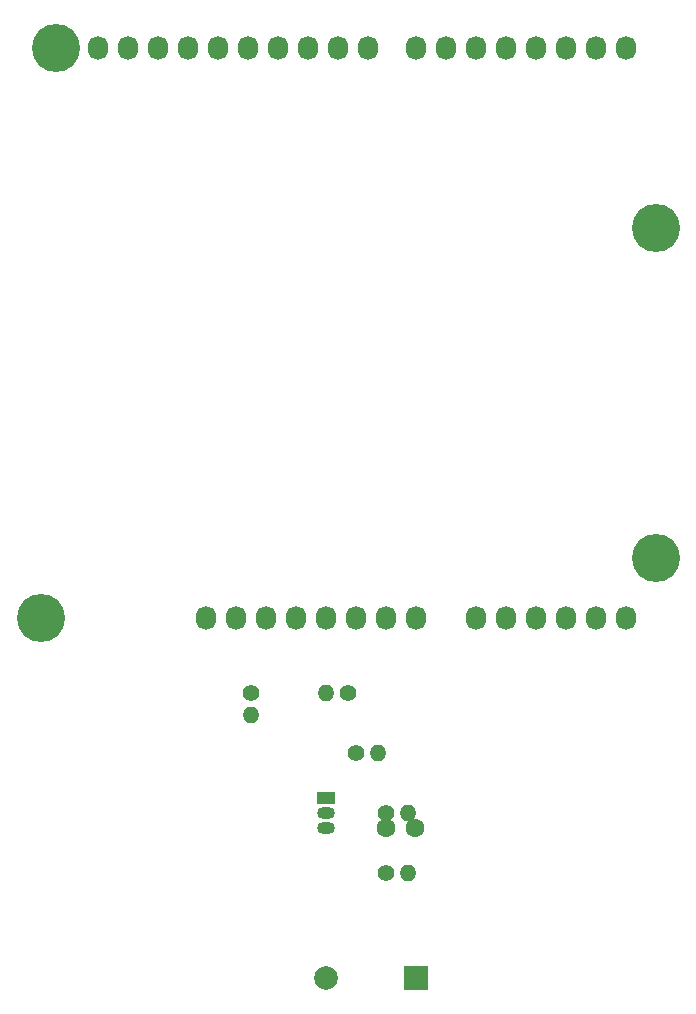
<source format=gbr>
%TF.GenerationSoftware,KiCad,Pcbnew,(5.1.8)-1*%
%TF.CreationDate,2020-11-11T08:10:51-05:00*%
%TF.ProjectId,board,626f6172-642e-46b6-9963-61645f706362,rev?*%
%TF.SameCoordinates,Original*%
%TF.FileFunction,Copper,L2,Bot*%
%TF.FilePolarity,Positive*%
%FSLAX46Y46*%
G04 Gerber Fmt 4.6, Leading zero omitted, Abs format (unit mm)*
G04 Created by KiCad (PCBNEW (5.1.8)-1) date 2020-11-11 08:10:51*
%MOMM*%
%LPD*%
G01*
G04 APERTURE LIST*
%TA.AperFunction,ComponentPad*%
%ADD10O,1.400000X1.400000*%
%TD*%
%TA.AperFunction,ComponentPad*%
%ADD11C,1.400000*%
%TD*%
%TA.AperFunction,ComponentPad*%
%ADD12R,1.500000X1.050000*%
%TD*%
%TA.AperFunction,ComponentPad*%
%ADD13O,1.500000X1.050000*%
%TD*%
%TA.AperFunction,ComponentPad*%
%ADD14C,2.000000*%
%TD*%
%TA.AperFunction,ComponentPad*%
%ADD15R,2.000000X2.000000*%
%TD*%
%TA.AperFunction,ComponentPad*%
%ADD16C,1.600000*%
%TD*%
%TA.AperFunction,ComponentPad*%
%ADD17O,1.727200X2.032000*%
%TD*%
%TA.AperFunction,ComponentPad*%
%ADD18C,4.064000*%
%TD*%
G04 APERTURE END LIST*
D10*
%TO.P,R1,2*%
%TO.N,+5V*%
X149098000Y-130175000D03*
D11*
%TO.P,R1,1*%
%TO.N,Net-(R1-Pad1)*%
X150998000Y-130175000D03*
%TD*%
D10*
%TO.P,R5,2*%
%TO.N,GND*%
X156078000Y-145415000D03*
D11*
%TO.P,R5,1*%
%TO.N,Net-(C1-Pad1)*%
X154178000Y-145415000D03*
%TD*%
D10*
%TO.P,R4,2*%
%TO.N,/A0*%
X142748000Y-132075000D03*
D11*
%TO.P,R4,1*%
%TO.N,+5V*%
X142748000Y-130175000D03*
%TD*%
D10*
%TO.P,R3,2*%
%TO.N,GND*%
X156078000Y-140335000D03*
D11*
%TO.P,R3,1*%
%TO.N,Net-(MIC1-Pad2)*%
X154178000Y-140335000D03*
%TD*%
D10*
%TO.P,R2,2*%
%TO.N,Net-(MIC1-Pad2)*%
X153538000Y-135255000D03*
D11*
%TO.P,R2,1*%
%TO.N,Net-(R1-Pad1)*%
X151638000Y-135255000D03*
%TD*%
D12*
%TO.P,Q1,1*%
%TO.N,/A0*%
X149098000Y-139065000D03*
D13*
%TO.P,Q1,3*%
%TO.N,Net-(C1-Pad1)*%
X149098000Y-141605000D03*
%TO.P,Q1,2*%
%TO.N,Net-(MIC1-Pad2)*%
X149098000Y-140335000D03*
%TD*%
D14*
%TO.P,MIC1,2*%
%TO.N,Net-(MIC1-Pad2)*%
X149118000Y-154305000D03*
D15*
%TO.P,MIC1,1*%
%TO.N,GND*%
X156718000Y-154305000D03*
%TD*%
D16*
%TO.P,C1,2*%
%TO.N,GND*%
X156678000Y-141605000D03*
%TO.P,C1,1*%
%TO.N,Net-(C1-Pad1)*%
X154178000Y-141605000D03*
%TD*%
D17*
%TO.P,P1,1*%
%TO.N,Net-(P1-Pad1)*%
X138938000Y-123825000D03*
%TO.P,P1,2*%
%TO.N,/IOREF*%
X141478000Y-123825000D03*
%TO.P,P1,3*%
%TO.N,/Reset*%
X144018000Y-123825000D03*
%TO.P,P1,4*%
%TO.N,Net-(P1-Pad4)*%
X146558000Y-123825000D03*
%TO.P,P1,5*%
%TO.N,+5V*%
X149098000Y-123825000D03*
%TO.P,P1,6*%
%TO.N,GND*%
X151638000Y-123825000D03*
%TO.P,P1,7*%
X154178000Y-123825000D03*
%TO.P,P1,8*%
%TO.N,/Vin*%
X156718000Y-123825000D03*
%TD*%
%TO.P,P2,1*%
%TO.N,/A0*%
X161798000Y-123825000D03*
%TO.P,P2,2*%
%TO.N,/A1*%
X164338000Y-123825000D03*
%TO.P,P2,3*%
%TO.N,/A2*%
X166878000Y-123825000D03*
%TO.P,P2,4*%
%TO.N,/A3*%
X169418000Y-123825000D03*
%TO.P,P2,5*%
%TO.N,/A4(SDA)*%
X171958000Y-123825000D03*
%TO.P,P2,6*%
%TO.N,/A5(SCL)*%
X174498000Y-123825000D03*
%TD*%
%TO.P,P3,1*%
%TO.N,/A5(SCL)*%
X129794000Y-75565000D03*
%TO.P,P3,2*%
%TO.N,/A4(SDA)*%
X132334000Y-75565000D03*
%TO.P,P3,3*%
%TO.N,/AREF*%
X134874000Y-75565000D03*
%TO.P,P3,4*%
%TO.N,GND*%
X137414000Y-75565000D03*
%TO.P,P3,5*%
%TO.N,/13(SCK)*%
X139954000Y-75565000D03*
%TO.P,P3,6*%
%TO.N,/12(MISO)*%
X142494000Y-75565000D03*
%TO.P,P3,7*%
%TO.N,/11(\u002A\u002A/MOSI)*%
X145034000Y-75565000D03*
%TO.P,P3,8*%
%TO.N,/10(\u002A\u002A/SS)*%
X147574000Y-75565000D03*
%TO.P,P3,9*%
%TO.N,/9(\u002A\u002A)*%
X150114000Y-75565000D03*
%TO.P,P3,10*%
%TO.N,/8*%
X152654000Y-75565000D03*
%TD*%
%TO.P,P4,1*%
%TO.N,/7*%
X156718000Y-75565000D03*
%TO.P,P4,2*%
%TO.N,/6(\u002A\u002A)*%
X159258000Y-75565000D03*
%TO.P,P4,3*%
%TO.N,/5(\u002A\u002A)*%
X161798000Y-75565000D03*
%TO.P,P4,4*%
%TO.N,/4*%
X164338000Y-75565000D03*
%TO.P,P4,5*%
%TO.N,/3(\u002A\u002A)*%
X166878000Y-75565000D03*
%TO.P,P4,6*%
%TO.N,/2*%
X169418000Y-75565000D03*
%TO.P,P4,7*%
%TO.N,/1(Tx)*%
X171958000Y-75565000D03*
%TO.P,P4,8*%
%TO.N,/0(Rx)*%
X174498000Y-75565000D03*
%TD*%
D18*
%TO.P,P5,1*%
%TO.N,Net-(P5-Pad1)*%
X124968000Y-123825000D03*
%TD*%
%TO.P,P6,1*%
%TO.N,Net-(P6-Pad1)*%
X177038000Y-118745000D03*
%TD*%
%TO.P,P7,1*%
%TO.N,Net-(P7-Pad1)*%
X126238000Y-75565000D03*
%TD*%
%TO.P,P8,1*%
%TO.N,Net-(P8-Pad1)*%
X177038000Y-90805000D03*
%TD*%
M02*

</source>
